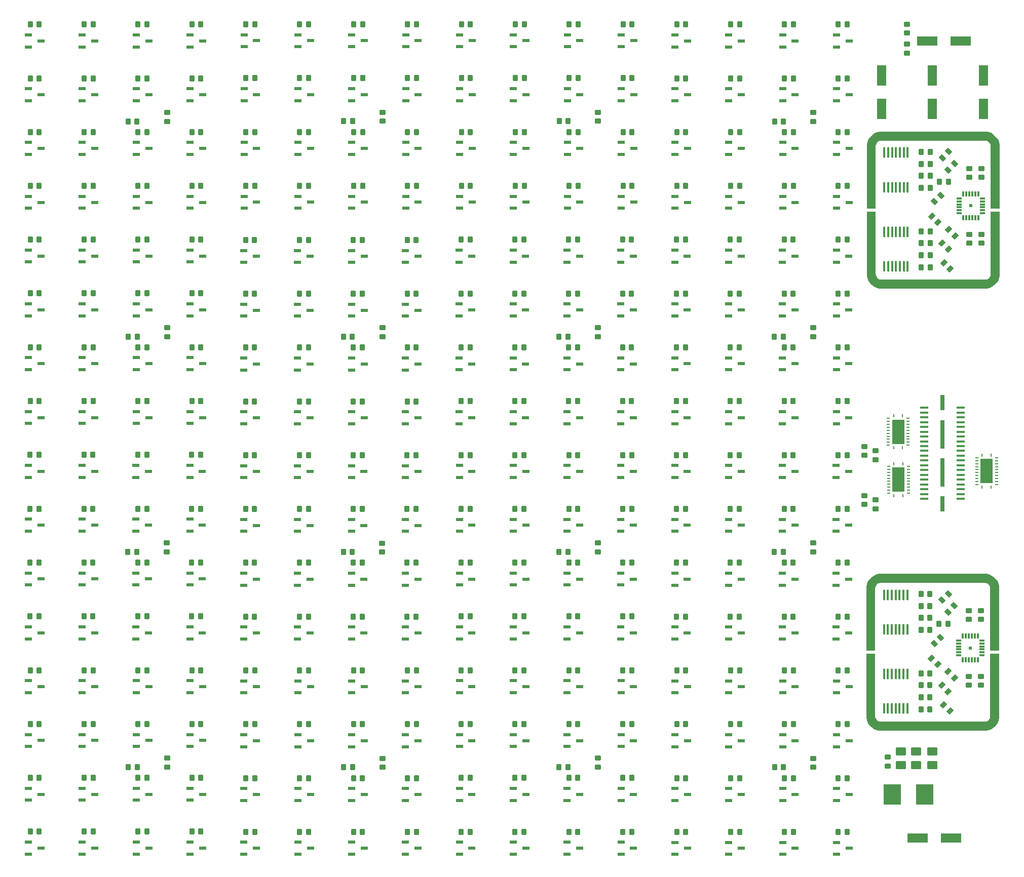
<source format=gbr>
G04*
G04 #@! TF.GenerationSoftware,Altium Limited,Altium Designer,25.0.2 (28)*
G04*
G04 Layer_Color=8421504*
%FSLAX25Y25*%
%MOIN*%
G70*
G04*
G04 #@! TF.SameCoordinates,7C83500D-BFB9-469C-A41D-0C693C3E1856*
G04*
G04*
G04 #@! TF.FilePolarity,Positive*
G04*
G01*
G75*
%ADD17R,0.02520X0.18504*%
%ADD18R,0.02520X0.10000*%
%ADD19R,0.05709X0.01811*%
%ADD20R,0.11614X0.13780*%
%ADD21R,0.02362X0.00984*%
%ADD22R,0.08268X0.16142*%
%ADD23R,0.00984X0.02362*%
G04:AMPARAMS|DCode=24|XSize=31.5mil|YSize=39.37mil|CornerRadius=3.94mil|HoleSize=0mil|Usage=FLASHONLY|Rotation=90.000|XOffset=0mil|YOffset=0mil|HoleType=Round|Shape=RoundedRectangle|*
%AMROUNDEDRECTD24*
21,1,0.03150,0.03150,0,0,90.0*
21,1,0.02362,0.03937,0,0,90.0*
1,1,0.00787,0.01575,0.01181*
1,1,0.00787,0.01575,-0.01181*
1,1,0.00787,-0.01575,-0.01181*
1,1,0.00787,-0.01575,0.01181*
%
%ADD24ROUNDEDRECTD24*%
%ADD25R,0.06299X0.13780*%
%ADD26R,0.13780X0.06299*%
G04:AMPARAMS|DCode=27|XSize=31.5mil|YSize=39.37mil|CornerRadius=3.94mil|HoleSize=0mil|Usage=FLASHONLY|Rotation=0.000|XOffset=0mil|YOffset=0mil|HoleType=Round|Shape=RoundedRectangle|*
%AMROUNDEDRECTD27*
21,1,0.03150,0.03150,0,0,0.0*
21,1,0.02362,0.03937,0,0,0.0*
1,1,0.00787,0.01181,-0.01575*
1,1,0.00787,-0.01181,-0.01575*
1,1,0.00787,-0.01181,0.01575*
1,1,0.00787,0.01181,0.01575*
%
%ADD27ROUNDEDRECTD27*%
%ADD28R,0.05118X0.02362*%
G04:AMPARAMS|DCode=29|XSize=55.12mil|YSize=66.93mil|CornerRadius=6.89mil|HoleSize=0mil|Usage=FLASHONLY|Rotation=270.000|XOffset=0mil|YOffset=0mil|HoleType=Round|Shape=RoundedRectangle|*
%AMROUNDEDRECTD29*
21,1,0.05512,0.05315,0,0,270.0*
21,1,0.04134,0.06693,0,0,270.0*
1,1,0.01378,-0.02657,-0.02067*
1,1,0.01378,-0.02657,0.02067*
1,1,0.01378,0.02657,0.02067*
1,1,0.01378,0.02657,-0.02067*
%
%ADD29ROUNDEDRECTD29*%
G04:AMPARAMS|DCode=30|XSize=31.5mil|YSize=39.37mil|CornerRadius=3.94mil|HoleSize=0mil|Usage=FLASHONLY|Rotation=225.000|XOffset=0mil|YOffset=0mil|HoleType=Round|Shape=RoundedRectangle|*
%AMROUNDEDRECTD30*
21,1,0.03150,0.03150,0,0,225.0*
21,1,0.02362,0.03937,0,0,225.0*
1,1,0.00787,-0.01949,0.00278*
1,1,0.00787,-0.00278,0.01949*
1,1,0.00787,0.01949,-0.00278*
1,1,0.00787,0.00278,-0.01949*
%
%ADD30ROUNDEDRECTD30*%
%ADD31R,0.01181X0.03347*%
%ADD32R,0.03347X0.01181*%
%ADD33R,0.02362X0.02362*%
G04:AMPARAMS|DCode=34|XSize=31.5mil|YSize=39.37mil|CornerRadius=3.94mil|HoleSize=0mil|Usage=FLASHONLY|Rotation=135.000|XOffset=0mil|YOffset=0mil|HoleType=Round|Shape=RoundedRectangle|*
%AMROUNDEDRECTD34*
21,1,0.03150,0.03150,0,0,135.0*
21,1,0.02362,0.03937,0,0,135.0*
1,1,0.00787,0.00278,0.01949*
1,1,0.00787,0.01949,0.00278*
1,1,0.00787,-0.00278,-0.01949*
1,1,0.00787,-0.01949,-0.00278*
%
%ADD34ROUNDEDRECTD34*%
G04:AMPARAMS|DCode=35|XSize=70.41mil|YSize=16.57mil|CornerRadius=8.28mil|HoleSize=0mil|Usage=FLASHONLY|Rotation=90.000|XOffset=0mil|YOffset=0mil|HoleType=Round|Shape=RoundedRectangle|*
%AMROUNDEDRECTD35*
21,1,0.07041,0.00000,0,0,90.0*
21,1,0.05384,0.01657,0,0,90.0*
1,1,0.01657,0.00000,0.02692*
1,1,0.01657,0.00000,-0.02692*
1,1,0.01657,0.00000,-0.02692*
1,1,0.01657,0.00000,0.02692*
%
%ADD35ROUNDEDRECTD35*%
%ADD36R,0.01657X0.07041*%
G36*
X688976Y159154D02*
X620472Y159153D01*
X620125Y159171D01*
X619444Y159306D01*
X618802Y159572D01*
X618225Y159958D01*
X617733Y160449D01*
X617347Y161027D01*
X617082Y161668D01*
X616946Y162349D01*
X616929Y162697D01*
X616929Y162697D01*
X616929Y203839D01*
X611024Y203839D01*
Y162697D01*
X611024Y161766D01*
X611387Y159941D01*
X612099Y158221D01*
X613133Y156674D01*
X614449Y155358D01*
X615997Y154323D01*
X617716Y153611D01*
X619542Y153248D01*
X620472Y153248D01*
D01*
X688976D01*
X689907Y153248D01*
X691733Y153611D01*
X693452Y154323D01*
X695000Y155358D01*
X696316Y156674D01*
X697350Y158221D01*
X698062Y159941D01*
X698425Y161766D01*
Y162697D01*
D01*
X698425D01*
Y203839D01*
X692520Y203839D01*
Y162697D01*
X692503Y162349D01*
X692367Y161668D01*
X692101Y161027D01*
X691715Y160449D01*
X691224Y159958D01*
X690647Y159572D01*
X690005Y159306D01*
X689324Y159171D01*
X688976Y159153D01*
Y159154D01*
D02*
G37*
G36*
Y250492D02*
X620472Y250492D01*
X620125Y250475D01*
X619444Y250340D01*
X618802Y250074D01*
X618225Y249688D01*
X617733Y249197D01*
X617347Y248619D01*
X617082Y247977D01*
X616946Y247296D01*
X616929Y246949D01*
X616929Y246949D01*
X616929Y205807D01*
X611024Y205807D01*
Y246949D01*
X611024Y247879D01*
X611387Y249705D01*
X612099Y251425D01*
X613133Y252972D01*
X614449Y254288D01*
X615997Y255322D01*
X617716Y256034D01*
X619542Y256398D01*
X620472Y256398D01*
Y256398D01*
X688976Y256398D01*
X689907Y256398D01*
X691733Y256034D01*
X693452Y255322D01*
X695000Y254288D01*
X696316Y252972D01*
X697350Y251425D01*
X698062Y249705D01*
X698425Y247879D01*
Y246949D01*
D01*
X698425D01*
Y205807D01*
X692520Y205807D01*
Y246949D01*
X692503Y247296D01*
X692367Y247977D01*
X692101Y248619D01*
X691715Y249197D01*
X691224Y249688D01*
X690647Y250074D01*
X690005Y250340D01*
X689324Y250475D01*
X688976Y250492D01*
Y250492D01*
D02*
G37*
G36*
X689276Y450185D02*
X620772Y450185D01*
X620424Y450203D01*
X619743Y450338D01*
X619101Y450604D01*
X618524Y450990D01*
X618033Y451481D01*
X617647Y452058D01*
X617381Y452700D01*
X617245Y453381D01*
X617228Y453729D01*
X617228Y453729D01*
X617228Y494871D01*
X611323Y494871D01*
Y453729D01*
X611323Y452798D01*
X611686Y450973D01*
X612398Y449253D01*
X613432Y447706D01*
X614748Y446389D01*
X616296Y445355D01*
X618015Y444643D01*
X619841Y444280D01*
X620772Y444280D01*
D01*
X689276D01*
X690206Y444280D01*
X692032Y444643D01*
X693751Y445355D01*
X695299Y446389D01*
X696615Y447706D01*
X697649Y449253D01*
X698361Y450973D01*
X698724Y452798D01*
Y453729D01*
D01*
X698724D01*
Y494871D01*
X692819Y494871D01*
Y453729D01*
X692802Y453381D01*
X692666Y452700D01*
X692401Y452058D01*
X692015Y451481D01*
X691523Y450990D01*
X690946Y450604D01*
X690304Y450338D01*
X689623Y450203D01*
X689276Y450185D01*
Y450185D01*
D02*
G37*
G36*
Y541524D02*
X620772Y541524D01*
X620424Y541507D01*
X619743Y541371D01*
X619101Y541106D01*
X618524Y540720D01*
X618033Y540229D01*
X617647Y539651D01*
X617381Y539009D01*
X617245Y538328D01*
X617228Y537981D01*
X617228Y537981D01*
X617228Y496839D01*
X611323Y496839D01*
Y537981D01*
X611323Y538911D01*
X611686Y540737D01*
X612398Y542456D01*
X613432Y544004D01*
X614748Y545320D01*
X616296Y546354D01*
X618015Y547066D01*
X619841Y547430D01*
X620772Y547430D01*
Y547430D01*
X689276Y547430D01*
X690206Y547430D01*
X692032Y547066D01*
X693751Y546354D01*
X695299Y545320D01*
X696615Y544004D01*
X697649Y542456D01*
X698361Y540737D01*
X698724Y538911D01*
Y537981D01*
D01*
X698724D01*
Y496839D01*
X692819Y496839D01*
Y537981D01*
X692802Y538328D01*
X692666Y539009D01*
X692401Y539651D01*
X692015Y540229D01*
X691523Y540720D01*
X690946Y541106D01*
X690304Y541371D01*
X689623Y541507D01*
X689276Y541524D01*
Y541524D01*
D02*
G37*
D17*
X661124Y348279D02*
D03*
Y323279D02*
D03*
D18*
Y369027D02*
D03*
Y302531D02*
D03*
D19*
X673270Y365701D02*
D03*
Y362551D02*
D03*
Y359401D02*
D03*
Y356252D02*
D03*
Y353102D02*
D03*
Y349952D02*
D03*
Y346803D02*
D03*
Y343653D02*
D03*
Y340504D02*
D03*
Y337354D02*
D03*
Y334204D02*
D03*
Y331055D02*
D03*
Y327905D02*
D03*
Y324756D02*
D03*
Y321606D02*
D03*
Y318456D02*
D03*
Y315307D02*
D03*
Y312157D02*
D03*
Y309008D02*
D03*
Y305858D02*
D03*
X648979Y365701D02*
D03*
Y362551D02*
D03*
Y359401D02*
D03*
Y356252D02*
D03*
Y353102D02*
D03*
Y349952D02*
D03*
Y346803D02*
D03*
Y343653D02*
D03*
Y340504D02*
D03*
Y337354D02*
D03*
Y334204D02*
D03*
Y331055D02*
D03*
Y327905D02*
D03*
Y324756D02*
D03*
Y321606D02*
D03*
Y318456D02*
D03*
Y315307D02*
D03*
Y312157D02*
D03*
Y309008D02*
D03*
Y305858D02*
D03*
D20*
X649508Y111221D02*
D03*
X628051Y111221D02*
D03*
D21*
X625691Y323275D02*
D03*
X625691Y319338D02*
D03*
X625691Y321306D02*
D03*
Y325243D02*
D03*
X625691Y309495D02*
D03*
X625691Y311464D02*
D03*
Y313432D02*
D03*
Y315401D02*
D03*
X625691Y317369D02*
D03*
X625691Y327212D02*
D03*
X638683Y327212D02*
D03*
X638683Y325243D02*
D03*
Y323275D02*
D03*
Y321306D02*
D03*
Y319338D02*
D03*
X638683Y317369D02*
D03*
X638683Y315401D02*
D03*
Y313432D02*
D03*
Y311464D02*
D03*
X638683Y309495D02*
D03*
X625494Y341090D02*
D03*
X625494Y343058D02*
D03*
Y345027D02*
D03*
Y346995D02*
D03*
X625494Y348964D02*
D03*
X625494Y350932D02*
D03*
Y352901D02*
D03*
Y354869D02*
D03*
Y356838D02*
D03*
X625494Y358806D02*
D03*
X638486Y358806D02*
D03*
X638486Y356838D02*
D03*
Y354869D02*
D03*
Y352901D02*
D03*
X638486Y350932D02*
D03*
Y348964D02*
D03*
X638486Y346995D02*
D03*
Y345027D02*
D03*
Y343058D02*
D03*
X638486Y341090D02*
D03*
X696656Y332920D02*
D03*
Y330952D02*
D03*
Y328983D02*
D03*
Y327015D02*
D03*
Y325046D02*
D03*
Y323078D02*
D03*
Y321109D02*
D03*
Y319141D02*
D03*
Y317172D02*
D03*
Y315204D02*
D03*
X683664D02*
D03*
Y317172D02*
D03*
Y319141D02*
D03*
Y321109D02*
D03*
Y323078D02*
D03*
Y325046D02*
D03*
Y327015D02*
D03*
Y328983D02*
D03*
Y330952D02*
D03*
Y332920D02*
D03*
D22*
X632187Y318354D02*
D03*
X631990Y349948D02*
D03*
X690160Y324062D02*
D03*
D23*
X629235Y307920D02*
D03*
X629235Y328787D02*
D03*
X635140Y328787D02*
D03*
Y307920D02*
D03*
X629038Y339515D02*
D03*
Y360381D02*
D03*
X634943Y360381D02*
D03*
X634943Y339515D02*
D03*
X693112Y334495D02*
D03*
Y313629D02*
D03*
X687207D02*
D03*
Y334495D02*
D03*
D24*
X617126Y299213D02*
D03*
Y305118D02*
D03*
X609771Y302102D02*
D03*
Y308007D02*
D03*
X617052Y331455D02*
D03*
Y337361D02*
D03*
X609771Y334416D02*
D03*
Y340321D02*
D03*
X576276Y134975D02*
D03*
Y129070D02*
D03*
X434491Y135035D02*
D03*
Y129130D02*
D03*
X292763Y135003D02*
D03*
Y129097D02*
D03*
X151004Y135122D02*
D03*
Y129217D02*
D03*
X576126Y276774D02*
D03*
Y270868D02*
D03*
X434470Y276798D02*
D03*
Y270892D02*
D03*
X292614Y276681D02*
D03*
Y270776D02*
D03*
X150878Y276851D02*
D03*
Y270945D02*
D03*
X576148Y418508D02*
D03*
Y412602D02*
D03*
X434367Y418490D02*
D03*
Y412584D02*
D03*
X292651Y418367D02*
D03*
Y412461D02*
D03*
X151008Y418583D02*
D03*
Y412677D02*
D03*
X576272Y560237D02*
D03*
Y554331D02*
D03*
X434636Y560313D02*
D03*
Y554408D02*
D03*
X292829Y560306D02*
D03*
Y554400D02*
D03*
X625000Y129921D02*
D03*
Y135827D02*
D03*
X637795Y612402D02*
D03*
Y618307D02*
D03*
Y599311D02*
D03*
X637795Y605217D02*
D03*
X686638Y523302D02*
D03*
Y517396D02*
D03*
X678764Y523302D02*
D03*
Y517396D02*
D03*
Y479995D02*
D03*
Y474089D02*
D03*
X686638Y479995D02*
D03*
Y474089D02*
D03*
X678543Y232283D02*
D03*
Y226378D02*
D03*
X150984Y560236D02*
D03*
Y554331D02*
D03*
X686417Y188976D02*
D03*
Y183071D02*
D03*
Y232283D02*
D03*
Y226378D02*
D03*
X678543Y188976D02*
D03*
Y183071D02*
D03*
D25*
X654628Y584548D02*
D03*
Y562500D02*
D03*
X621163Y584548D02*
D03*
Y562500D02*
D03*
X688092D02*
D03*
Y584548D02*
D03*
D26*
X673228Y607283D02*
D03*
X651181D02*
D03*
X666732Y82677D02*
D03*
X644685D02*
D03*
D27*
X486315Y192849D02*
D03*
X492221D02*
D03*
X486315Y157416D02*
D03*
X492221D02*
D03*
X486315Y121983D02*
D03*
X492221D02*
D03*
X486315Y86550D02*
D03*
X492221D02*
D03*
X521748D02*
D03*
X527654D02*
D03*
X557181D02*
D03*
X563087D02*
D03*
X592615Y121983D02*
D03*
X598520D02*
D03*
X557181D02*
D03*
X563087D02*
D03*
X521748D02*
D03*
X527654D02*
D03*
X592615Y86550D02*
D03*
X598520D02*
D03*
X550685Y129070D02*
D03*
X556591D02*
D03*
X557181Y157416D02*
D03*
X563087D02*
D03*
X521748Y192849D02*
D03*
X527654D02*
D03*
X521748Y157416D02*
D03*
X527654D02*
D03*
X557181Y192849D02*
D03*
X563087D02*
D03*
X592615D02*
D03*
X598520D02*
D03*
X592615Y157416D02*
D03*
X598520D02*
D03*
X344530Y122043D02*
D03*
X350436D02*
D03*
X344530Y192909D02*
D03*
X350436D02*
D03*
X344530Y157476D02*
D03*
X350436D02*
D03*
X344530Y86610D02*
D03*
X350436D02*
D03*
X450830Y192909D02*
D03*
X456735D02*
D03*
X450830Y122043D02*
D03*
X456735D02*
D03*
X450830Y86610D02*
D03*
X456735D02*
D03*
X415396Y157476D02*
D03*
X421302D02*
D03*
X379963Y192909D02*
D03*
X385869D02*
D03*
X408900Y129130D02*
D03*
X414806D02*
D03*
X415396Y192909D02*
D03*
X421302D02*
D03*
X379963Y157476D02*
D03*
X385869D02*
D03*
X415396Y122043D02*
D03*
X421302D02*
D03*
X379963D02*
D03*
X385869D02*
D03*
X415396Y86610D02*
D03*
X421302D02*
D03*
X379963D02*
D03*
X385869D02*
D03*
X450830Y157476D02*
D03*
X456735D02*
D03*
X238235Y192877D02*
D03*
X244141D02*
D03*
X202802D02*
D03*
X208707D02*
D03*
X238235Y157444D02*
D03*
X244141D02*
D03*
X273668Y192877D02*
D03*
X279574D02*
D03*
X273668Y157444D02*
D03*
X279574D02*
D03*
X309101D02*
D03*
X315007D02*
D03*
X267172Y129097D02*
D03*
X273078D02*
D03*
X273668Y122011D02*
D03*
X279574D02*
D03*
X309101D02*
D03*
X315007D02*
D03*
X273668Y86578D02*
D03*
X279574D02*
D03*
X309101D02*
D03*
X315007D02*
D03*
X309101Y192877D02*
D03*
X315007D02*
D03*
X238235Y122011D02*
D03*
X244141D02*
D03*
X202802Y157444D02*
D03*
X208707D02*
D03*
X238235Y86578D02*
D03*
X244141D02*
D03*
X202802D02*
D03*
X208707D02*
D03*
X202802Y122011D02*
D03*
X208707D02*
D03*
X167342Y192996D02*
D03*
X173248D02*
D03*
X167342Y122130D02*
D03*
X173248D02*
D03*
X167342Y157563D02*
D03*
X173248D02*
D03*
X167342Y86697D02*
D03*
X173248D02*
D03*
X131909D02*
D03*
X137815D02*
D03*
X96476D02*
D03*
X102382D02*
D03*
X61043Y122130D02*
D03*
X66949D02*
D03*
X96476D02*
D03*
X102382D02*
D03*
X96476Y157563D02*
D03*
X102382D02*
D03*
X131909D02*
D03*
X137815D02*
D03*
X125413Y129217D02*
D03*
X131319D02*
D03*
X131909Y122130D02*
D03*
X137815D02*
D03*
X96476Y192996D02*
D03*
X102382D02*
D03*
X131909D02*
D03*
X137815D02*
D03*
X61043Y86697D02*
D03*
X66949D02*
D03*
X61043Y192996D02*
D03*
X66949D02*
D03*
X61043Y157563D02*
D03*
X66949D02*
D03*
X486165Y299215D02*
D03*
X492071D02*
D03*
X486165Y334648D02*
D03*
X492071D02*
D03*
X521598D02*
D03*
X527504D02*
D03*
X521598Y299215D02*
D03*
X527504D02*
D03*
X557032D02*
D03*
X562937D02*
D03*
X557032Y334648D02*
D03*
X562937D02*
D03*
X550535Y270868D02*
D03*
X556441D02*
D03*
X592465Y299215D02*
D03*
X598370D02*
D03*
X592465Y334648D02*
D03*
X598370D02*
D03*
X521598Y263782D02*
D03*
X527504D02*
D03*
X557032D02*
D03*
X562937D02*
D03*
X592465D02*
D03*
X598370D02*
D03*
X592465Y228349D02*
D03*
X598370D02*
D03*
X557032D02*
D03*
X562937D02*
D03*
X521598D02*
D03*
X527504D02*
D03*
X486165Y263782D02*
D03*
X492071D02*
D03*
X486165Y228349D02*
D03*
X492071D02*
D03*
X344509Y228373D02*
D03*
X350414D02*
D03*
X344509Y263806D02*
D03*
X350414D02*
D03*
X344509Y299239D02*
D03*
X350414D02*
D03*
X344509Y334672D02*
D03*
X350414D02*
D03*
X379942D02*
D03*
X385847D02*
D03*
X379942Y263806D02*
D03*
X385847D02*
D03*
X379942Y299239D02*
D03*
X385847D02*
D03*
X379942Y228373D02*
D03*
X385847D02*
D03*
X450808D02*
D03*
X456714D02*
D03*
X415375D02*
D03*
X421280D02*
D03*
X415375Y263806D02*
D03*
X421280D02*
D03*
X415375Y299239D02*
D03*
X421280D02*
D03*
X415375Y334672D02*
D03*
X421280D02*
D03*
X408879Y270892D02*
D03*
X414784D02*
D03*
X450808Y299239D02*
D03*
X456714D02*
D03*
X450808Y334672D02*
D03*
X456714D02*
D03*
X450808Y263806D02*
D03*
X456714D02*
D03*
X202654Y228256D02*
D03*
X208559D02*
D03*
X202654Y263689D02*
D03*
X208559D02*
D03*
X202654Y334555D02*
D03*
X208559D02*
D03*
X202654Y299122D02*
D03*
X208559D02*
D03*
X238087Y228256D02*
D03*
X243992D02*
D03*
X238087Y334555D02*
D03*
X243992D02*
D03*
X238087Y299122D02*
D03*
X243992D02*
D03*
X273520D02*
D03*
X279425D02*
D03*
X308953Y334555D02*
D03*
X314858D02*
D03*
X273520D02*
D03*
X279425D02*
D03*
X308953Y263689D02*
D03*
X314858D02*
D03*
X308953Y299122D02*
D03*
X314858D02*
D03*
X273520Y263689D02*
D03*
X279425D02*
D03*
X238087D02*
D03*
X243992D02*
D03*
X267024Y270776D02*
D03*
X272929D02*
D03*
X308953Y228256D02*
D03*
X314858D02*
D03*
X273520D02*
D03*
X279425D02*
D03*
X96351Y334725D02*
D03*
X102256D02*
D03*
X96351Y299292D02*
D03*
X102256D02*
D03*
X96351Y263859D02*
D03*
X102256D02*
D03*
X131784D02*
D03*
X137689D02*
D03*
X167217Y228426D02*
D03*
X173122D02*
D03*
X60918Y263859D02*
D03*
X66823D02*
D03*
X60918Y299292D02*
D03*
X66823D02*
D03*
X60918Y334725D02*
D03*
X66823D02*
D03*
X131784Y228426D02*
D03*
X137689D02*
D03*
X131784Y299292D02*
D03*
X137689D02*
D03*
X131784Y334725D02*
D03*
X137689D02*
D03*
X125288Y270945D02*
D03*
X131193D02*
D03*
X167217Y263859D02*
D03*
X173122D02*
D03*
X167217Y334725D02*
D03*
X173122D02*
D03*
X167217Y299292D02*
D03*
X173122D02*
D03*
X96351Y228426D02*
D03*
X102256D02*
D03*
X60918D02*
D03*
X66823D02*
D03*
X557054Y440949D02*
D03*
X562959D02*
D03*
X592487Y476382D02*
D03*
X598392D02*
D03*
X557054D02*
D03*
X562959D02*
D03*
X592487Y440949D02*
D03*
X598392D02*
D03*
X521621Y476382D02*
D03*
X527526D02*
D03*
X521621Y440949D02*
D03*
X527526D02*
D03*
X486188D02*
D03*
X492093D02*
D03*
X486188Y476382D02*
D03*
X492093D02*
D03*
X550558Y412602D02*
D03*
X556463D02*
D03*
X557054Y405516D02*
D03*
X562959D02*
D03*
X592487D02*
D03*
X598392D02*
D03*
X557054Y370083D02*
D03*
X562959D02*
D03*
X592487D02*
D03*
X598392D02*
D03*
X486188Y405516D02*
D03*
X492093D02*
D03*
X486188Y370083D02*
D03*
X492093D02*
D03*
X521621D02*
D03*
X527526D02*
D03*
X521621Y405516D02*
D03*
X527526D02*
D03*
X344406Y476364D02*
D03*
X350311D02*
D03*
X344406Y440931D02*
D03*
X350311D02*
D03*
X379839Y476364D02*
D03*
X385745D02*
D03*
X415272D02*
D03*
X421177D02*
D03*
X450705D02*
D03*
X456611D02*
D03*
X415272Y370064D02*
D03*
X421177D02*
D03*
X450705D02*
D03*
X456611D02*
D03*
X344406Y405498D02*
D03*
X350311D02*
D03*
X450705Y440931D02*
D03*
X456611D02*
D03*
X450705Y405498D02*
D03*
X456611D02*
D03*
X379839Y370064D02*
D03*
X385745D02*
D03*
X415272Y440931D02*
D03*
X421177D02*
D03*
X415272Y405498D02*
D03*
X421177D02*
D03*
X379839D02*
D03*
X385745D02*
D03*
X379839Y440931D02*
D03*
X385745D02*
D03*
X408776Y412584D02*
D03*
X414681D02*
D03*
X344406Y370064D02*
D03*
X350311D02*
D03*
X202691Y405374D02*
D03*
X208596D02*
D03*
X202691Y476241D02*
D03*
X208596D02*
D03*
X202691Y440807D02*
D03*
X208596D02*
D03*
X202691Y369941D02*
D03*
X208596D02*
D03*
X238124Y405374D02*
D03*
X244029D02*
D03*
X238124Y440807D02*
D03*
X244029D02*
D03*
X238124Y476241D02*
D03*
X244029D02*
D03*
X308990D02*
D03*
X314895D02*
D03*
X308990Y440807D02*
D03*
X314895D02*
D03*
X273557Y476241D02*
D03*
X279462D02*
D03*
X267061Y412461D02*
D03*
X272966D02*
D03*
X273557Y405374D02*
D03*
X279462D02*
D03*
X308990Y369941D02*
D03*
X314895D02*
D03*
X308990Y405374D02*
D03*
X314895D02*
D03*
X273557Y440807D02*
D03*
X279462D02*
D03*
X273557Y369941D02*
D03*
X279462D02*
D03*
X238124D02*
D03*
X244029D02*
D03*
X96480Y370158D02*
D03*
X102386D02*
D03*
X96480Y441024D02*
D03*
X102386D02*
D03*
X96480Y405591D02*
D03*
X102386D02*
D03*
X96480Y476457D02*
D03*
X102386D02*
D03*
X131913D02*
D03*
X137819D02*
D03*
X131913Y441024D02*
D03*
X137819D02*
D03*
X131913Y405591D02*
D03*
X137819D02*
D03*
X167346Y441024D02*
D03*
X173252D02*
D03*
X167346Y476457D02*
D03*
X173252D02*
D03*
X167346Y405591D02*
D03*
X173252D02*
D03*
X131913Y370158D02*
D03*
X137819D02*
D03*
X167346D02*
D03*
X173252D02*
D03*
X125417Y412677D02*
D03*
X131323D02*
D03*
X61047Y405591D02*
D03*
X66953D02*
D03*
X61047Y441024D02*
D03*
X66953D02*
D03*
X61047Y370158D02*
D03*
X66953D02*
D03*
X61047Y476457D02*
D03*
X66953D02*
D03*
X557177Y582678D02*
D03*
X563083D02*
D03*
X592610Y618111D02*
D03*
X598516D02*
D03*
X557177D02*
D03*
X563083D02*
D03*
X592610Y582678D02*
D03*
X598516D02*
D03*
X486311Y547245D02*
D03*
X492216D02*
D03*
X521744Y618111D02*
D03*
X527649D02*
D03*
X521744Y582678D02*
D03*
X527649D02*
D03*
X486311D02*
D03*
X492216D02*
D03*
X486311Y618111D02*
D03*
X492216D02*
D03*
X550681Y554331D02*
D03*
X556587D02*
D03*
X557177Y547245D02*
D03*
X563083D02*
D03*
X592610D02*
D03*
X598516D02*
D03*
X521744D02*
D03*
X527649D02*
D03*
X521744Y511811D02*
D03*
X527649D02*
D03*
X486311D02*
D03*
X492216D02*
D03*
X557177D02*
D03*
X563083D02*
D03*
X592610D02*
D03*
X598516D02*
D03*
X344676Y511888D02*
D03*
X350581D02*
D03*
X450975Y547321D02*
D03*
X456881D02*
D03*
X415542Y582754D02*
D03*
X421448D02*
D03*
X415542Y618187D02*
D03*
X421448D02*
D03*
X380109D02*
D03*
X386014D02*
D03*
X380109Y582754D02*
D03*
X386014D02*
D03*
X450975Y511888D02*
D03*
X456881D02*
D03*
X415542D02*
D03*
X421448D02*
D03*
X380109D02*
D03*
X386014D02*
D03*
X344676Y547321D02*
D03*
X350581D02*
D03*
X344676Y582754D02*
D03*
X350581D02*
D03*
X344676Y618187D02*
D03*
X350581D02*
D03*
X450975Y582754D02*
D03*
X456881D02*
D03*
X450975Y618187D02*
D03*
X456881D02*
D03*
X409046Y554408D02*
D03*
X414951D02*
D03*
X380109Y547321D02*
D03*
X386014D02*
D03*
X415542D02*
D03*
X421448D02*
D03*
X267239Y554400D02*
D03*
X273144D02*
D03*
X273735Y547313D02*
D03*
X279641D02*
D03*
X273735Y511880D02*
D03*
X279641D02*
D03*
X309168Y547313D02*
D03*
X315073D02*
D03*
X309168Y511880D02*
D03*
X315073D02*
D03*
X273735Y582747D02*
D03*
X279641D02*
D03*
X273735Y618180D02*
D03*
X279641D02*
D03*
X309168Y582747D02*
D03*
X315073D02*
D03*
X309168Y618180D02*
D03*
X315073D02*
D03*
X238302Y511880D02*
D03*
X244207D02*
D03*
X238302Y547313D02*
D03*
X244207D02*
D03*
X238302Y582747D02*
D03*
X244207D02*
D03*
X238302Y618180D02*
D03*
X244207D02*
D03*
X202869Y511880D02*
D03*
X208774D02*
D03*
X202869Y547313D02*
D03*
X208774D02*
D03*
X202869Y618180D02*
D03*
X208774D02*
D03*
X202869Y582747D02*
D03*
X208774D02*
D03*
X66929Y618110D02*
D03*
X61024D02*
D03*
X647268Y518381D02*
D03*
X653174D02*
D03*
X647268Y510507D02*
D03*
X653174D02*
D03*
X647268Y526255D02*
D03*
X653174D02*
D03*
X647268Y534129D02*
D03*
X653174D02*
D03*
X664985Y514444D02*
D03*
X659079D02*
D03*
X647268Y481963D02*
D03*
X653174D02*
D03*
X647268Y466215D02*
D03*
X653174D02*
D03*
X647268Y458341D02*
D03*
X653174D02*
D03*
X647268Y474089D02*
D03*
X653174D02*
D03*
X647047Y190945D02*
D03*
X652953D02*
D03*
X167323Y582677D02*
D03*
X173228D02*
D03*
X125394Y554331D02*
D03*
X131299D02*
D03*
X167323Y547244D02*
D03*
X173228D02*
D03*
X61024Y511811D02*
D03*
X66929D02*
D03*
X96457Y618110D02*
D03*
X102362D02*
D03*
X61024Y582677D02*
D03*
X66929D02*
D03*
X96457D02*
D03*
X102362D02*
D03*
X131890D02*
D03*
X137795D02*
D03*
X167323Y618110D02*
D03*
X173228D02*
D03*
X131890D02*
D03*
X137795D02*
D03*
X96457Y511811D02*
D03*
X102362D02*
D03*
X96457Y547244D02*
D03*
X102362D02*
D03*
X61024D02*
D03*
X66929D02*
D03*
X131890D02*
D03*
X137795D02*
D03*
X167323Y511811D02*
D03*
X173228D02*
D03*
X131890D02*
D03*
X137795D02*
D03*
X647047Y167323D02*
D03*
X652953D02*
D03*
X647047Y175197D02*
D03*
X652953D02*
D03*
X647047Y183071D02*
D03*
X652953D02*
D03*
X647047Y219488D02*
D03*
X652953D02*
D03*
X647047Y227362D02*
D03*
X652953D02*
D03*
X664764Y223425D02*
D03*
X658858D02*
D03*
X647047Y243110D02*
D03*
X652953D02*
D03*
X647047Y235236D02*
D03*
X652953D02*
D03*
D28*
X485134Y185959D02*
D03*
Y178085D02*
D03*
X493402Y182022D02*
D03*
X485134Y150526D02*
D03*
Y142652D02*
D03*
X493402Y146589D02*
D03*
X485134Y115093D02*
D03*
Y107219D02*
D03*
X493402Y111156D02*
D03*
X485134Y79660D02*
D03*
Y71786D02*
D03*
X493402Y75723D02*
D03*
X520567Y79660D02*
D03*
Y71786D02*
D03*
X528835Y75723D02*
D03*
X520567Y150526D02*
D03*
Y142652D02*
D03*
X528835Y146589D02*
D03*
X520567Y115093D02*
D03*
Y107219D02*
D03*
X528835Y111156D02*
D03*
X591433Y79660D02*
D03*
Y71786D02*
D03*
X599701Y75723D02*
D03*
X556000Y79660D02*
D03*
Y71786D02*
D03*
X564268Y75723D02*
D03*
X556000Y115093D02*
D03*
Y107219D02*
D03*
X564268Y111156D02*
D03*
X556000Y150526D02*
D03*
Y142652D02*
D03*
X564268Y146589D02*
D03*
X556000Y185959D02*
D03*
Y178085D02*
D03*
X564268Y182022D02*
D03*
X520567Y185959D02*
D03*
Y178085D02*
D03*
X528835Y182022D02*
D03*
X591433Y150526D02*
D03*
Y142652D02*
D03*
X599701Y146589D02*
D03*
X591433Y185959D02*
D03*
Y178085D02*
D03*
X599701Y182022D02*
D03*
X591433Y115093D02*
D03*
Y107219D02*
D03*
X599701Y111156D02*
D03*
X343349Y186020D02*
D03*
Y178146D02*
D03*
X351617Y182082D02*
D03*
X343349Y150586D02*
D03*
Y142712D02*
D03*
X351617Y146650D02*
D03*
X343349Y115153D02*
D03*
Y107279D02*
D03*
X351617Y111216D02*
D03*
X343349Y79720D02*
D03*
Y71846D02*
D03*
X351617Y75783D02*
D03*
X449649Y186020D02*
D03*
Y178146D02*
D03*
X457916Y182082D02*
D03*
X449649Y79720D02*
D03*
Y71846D02*
D03*
X457916Y75783D02*
D03*
X378782Y186020D02*
D03*
Y178146D02*
D03*
X387050Y182082D02*
D03*
X414215Y150586D02*
D03*
Y142712D02*
D03*
X422483Y146650D02*
D03*
X414215Y186020D02*
D03*
Y178146D02*
D03*
X422483Y182082D02*
D03*
X378782Y150586D02*
D03*
Y142712D02*
D03*
X387050Y146650D02*
D03*
X414215Y115153D02*
D03*
Y107279D02*
D03*
X422483Y111216D02*
D03*
X414215Y79720D02*
D03*
Y71846D02*
D03*
X422483Y75783D02*
D03*
X378782Y115153D02*
D03*
Y107279D02*
D03*
X387050Y111216D02*
D03*
X378782Y79720D02*
D03*
Y71846D02*
D03*
X387050Y75783D02*
D03*
X449649Y150586D02*
D03*
Y142712D02*
D03*
X457916Y146650D02*
D03*
X449649Y115153D02*
D03*
Y107279D02*
D03*
X457916Y111216D02*
D03*
X237054Y185987D02*
D03*
Y178113D02*
D03*
X245322Y182050D02*
D03*
X201621Y185987D02*
D03*
Y178113D02*
D03*
X209889Y182050D02*
D03*
X272487Y185987D02*
D03*
Y178113D02*
D03*
X280755Y182050D02*
D03*
X272487Y150554D02*
D03*
Y142680D02*
D03*
X280755Y146617D02*
D03*
X272487Y115121D02*
D03*
Y107247D02*
D03*
X280755Y111184D02*
D03*
X307920Y115121D02*
D03*
Y107247D02*
D03*
X316188Y111184D02*
D03*
X307920Y79688D02*
D03*
Y71814D02*
D03*
X316188Y75751D02*
D03*
X272487Y79688D02*
D03*
Y71814D02*
D03*
X280755Y75751D02*
D03*
X307920Y185987D02*
D03*
Y178113D02*
D03*
X316188Y182050D02*
D03*
X307920Y150554D02*
D03*
Y142680D02*
D03*
X316188Y146617D02*
D03*
X237054Y150554D02*
D03*
Y142680D02*
D03*
X245322Y146617D02*
D03*
X237054Y79688D02*
D03*
Y71814D02*
D03*
X245322Y75751D02*
D03*
X237054Y115121D02*
D03*
Y107247D02*
D03*
X245322Y111184D02*
D03*
X201621Y79688D02*
D03*
Y71814D02*
D03*
X209889Y75751D02*
D03*
X201621Y150554D02*
D03*
Y142680D02*
D03*
X209889Y146617D02*
D03*
X201621Y115121D02*
D03*
Y107247D02*
D03*
X209889Y111184D02*
D03*
X166161Y79807D02*
D03*
Y71933D02*
D03*
X174429Y75870D02*
D03*
X166161Y150673D02*
D03*
Y142799D02*
D03*
X174429Y146737D02*
D03*
X166161Y186107D02*
D03*
Y178233D02*
D03*
X174429Y182170D02*
D03*
X166161Y115240D02*
D03*
Y107366D02*
D03*
X174429Y111303D02*
D03*
X130728Y79807D02*
D03*
Y71933D02*
D03*
X138996Y75870D02*
D03*
X130728Y115240D02*
D03*
Y107366D02*
D03*
X138996Y111303D02*
D03*
X59862Y115240D02*
D03*
Y107366D02*
D03*
X68130Y111303D02*
D03*
X95295Y186107D02*
D03*
Y178233D02*
D03*
X103563Y182170D02*
D03*
X59862Y150673D02*
D03*
Y142799D02*
D03*
X68130Y146737D02*
D03*
X95295Y150673D02*
D03*
Y142799D02*
D03*
X103563Y146737D02*
D03*
X130728Y150673D02*
D03*
Y142799D02*
D03*
X138996Y146737D02*
D03*
X130728Y186107D02*
D03*
Y178233D02*
D03*
X138996Y182170D02*
D03*
X95295Y115240D02*
D03*
Y107366D02*
D03*
X103563Y111303D02*
D03*
X95295Y79807D02*
D03*
Y71933D02*
D03*
X103563Y75870D02*
D03*
X59862Y79807D02*
D03*
Y71933D02*
D03*
X68130Y75870D02*
D03*
X59862Y186107D02*
D03*
Y178233D02*
D03*
X68130Y182170D02*
D03*
X484984Y327758D02*
D03*
Y319884D02*
D03*
X493252Y323821D02*
D03*
X484984Y292325D02*
D03*
Y284451D02*
D03*
X493252Y288388D02*
D03*
X520417Y327758D02*
D03*
Y319884D02*
D03*
X528685Y323821D02*
D03*
X520417Y292325D02*
D03*
Y284451D02*
D03*
X528685Y288388D02*
D03*
X555851Y292325D02*
D03*
Y284451D02*
D03*
X564118Y288388D02*
D03*
X555851Y327758D02*
D03*
Y319884D02*
D03*
X564118Y323821D02*
D03*
X591284Y327758D02*
D03*
Y319884D02*
D03*
X599551Y323821D02*
D03*
X591284Y292325D02*
D03*
Y284451D02*
D03*
X599551Y288388D02*
D03*
X555851Y256892D02*
D03*
Y249018D02*
D03*
X564118Y252955D02*
D03*
X520417Y256892D02*
D03*
Y249018D02*
D03*
X528685Y252955D02*
D03*
X591284Y256892D02*
D03*
Y249018D02*
D03*
X599551Y252955D02*
D03*
X591284Y221459D02*
D03*
Y213585D02*
D03*
X599551Y217522D02*
D03*
X555851Y221459D02*
D03*
Y213585D02*
D03*
X564118Y217522D02*
D03*
X520417Y221459D02*
D03*
Y213585D02*
D03*
X528685Y217522D02*
D03*
X484984Y221459D02*
D03*
Y213585D02*
D03*
X493252Y217522D02*
D03*
X484984Y256892D02*
D03*
Y249018D02*
D03*
X493252Y252955D02*
D03*
X343328Y221483D02*
D03*
Y213609D02*
D03*
X351595Y217546D02*
D03*
X343328Y256916D02*
D03*
Y249042D02*
D03*
X351595Y252979D02*
D03*
X343328Y327782D02*
D03*
Y319908D02*
D03*
X351595Y323845D02*
D03*
X343328Y292349D02*
D03*
Y284475D02*
D03*
X351595Y288412D02*
D03*
X378761Y327782D02*
D03*
Y319908D02*
D03*
X387029Y323845D02*
D03*
X378761Y292349D02*
D03*
Y284475D02*
D03*
X387029Y288412D02*
D03*
X378761Y221483D02*
D03*
Y213609D02*
D03*
X387029Y217546D02*
D03*
X378761Y256916D02*
D03*
Y249042D02*
D03*
X387029Y252979D02*
D03*
X414194Y221483D02*
D03*
Y213609D02*
D03*
X422462Y217546D02*
D03*
X414194Y327782D02*
D03*
Y319908D02*
D03*
X422462Y323845D02*
D03*
X414194Y292349D02*
D03*
Y284475D02*
D03*
X422462Y288412D02*
D03*
X414194Y256916D02*
D03*
Y249042D02*
D03*
X422462Y252979D02*
D03*
X449627Y327782D02*
D03*
Y319908D02*
D03*
X457895Y323845D02*
D03*
X449627Y292349D02*
D03*
Y284475D02*
D03*
X457895Y288412D02*
D03*
X449627Y221483D02*
D03*
Y213609D02*
D03*
X457895Y217546D02*
D03*
X449627Y256916D02*
D03*
Y249042D02*
D03*
X457895Y252979D02*
D03*
X201472Y221366D02*
D03*
Y213492D02*
D03*
X209740Y217429D02*
D03*
X201472Y292232D02*
D03*
Y284358D02*
D03*
X209740Y288295D02*
D03*
X201472Y256799D02*
D03*
Y248925D02*
D03*
X209740Y252862D02*
D03*
X201472Y327665D02*
D03*
Y319792D02*
D03*
X209740Y323728D02*
D03*
X236906Y221366D02*
D03*
Y213492D02*
D03*
X245173Y217429D02*
D03*
X236906Y256799D02*
D03*
Y248925D02*
D03*
X245173Y252862D02*
D03*
X236906Y327665D02*
D03*
Y319792D02*
D03*
X245173Y323728D02*
D03*
X236906Y292232D02*
D03*
Y284358D02*
D03*
X245173Y288295D02*
D03*
X272339Y327665D02*
D03*
Y319792D02*
D03*
X280606Y323728D02*
D03*
X272339Y292232D02*
D03*
Y284358D02*
D03*
X280606Y288295D02*
D03*
X272339Y256799D02*
D03*
Y248925D02*
D03*
X280606Y252862D02*
D03*
X272339Y221366D02*
D03*
Y213492D02*
D03*
X280606Y217429D02*
D03*
X307772Y221366D02*
D03*
Y213492D02*
D03*
X316039Y217429D02*
D03*
X307772Y292232D02*
D03*
Y284358D02*
D03*
X316039Y288295D02*
D03*
X307772Y327665D02*
D03*
Y319792D02*
D03*
X316039Y323728D02*
D03*
X307772Y256799D02*
D03*
Y248925D02*
D03*
X316039Y252862D02*
D03*
X95170Y327835D02*
D03*
Y319961D02*
D03*
X103437Y323898D02*
D03*
X95170Y292402D02*
D03*
Y284528D02*
D03*
X103437Y288465D02*
D03*
X166036Y256969D02*
D03*
Y249095D02*
D03*
X174303Y253032D02*
D03*
X166036Y221536D02*
D03*
Y213662D02*
D03*
X174303Y217599D02*
D03*
X59737Y327835D02*
D03*
Y319961D02*
D03*
X68004Y323898D02*
D03*
X59737Y292402D02*
D03*
Y284528D02*
D03*
X68004Y288465D02*
D03*
X130603Y221536D02*
D03*
Y213662D02*
D03*
X138870Y217599D02*
D03*
X130603Y256969D02*
D03*
Y249095D02*
D03*
X138870Y253032D02*
D03*
X130603Y292402D02*
D03*
Y284528D02*
D03*
X138870Y288465D02*
D03*
X166036Y292402D02*
D03*
Y284528D02*
D03*
X174303Y288465D02*
D03*
X166036Y327835D02*
D03*
Y319961D02*
D03*
X174303Y323898D02*
D03*
X130603Y327835D02*
D03*
Y319961D02*
D03*
X138870Y323898D02*
D03*
X59737Y256969D02*
D03*
Y249095D02*
D03*
X68004Y253032D02*
D03*
X95170Y221536D02*
D03*
Y213662D02*
D03*
X103437Y217599D02*
D03*
X95170Y256969D02*
D03*
Y249095D02*
D03*
X103437Y253032D02*
D03*
X59737Y221536D02*
D03*
Y213662D02*
D03*
X68004Y217599D02*
D03*
X520439Y434059D02*
D03*
Y426185D02*
D03*
X528707Y430122D02*
D03*
X485007Y434059D02*
D03*
Y426185D02*
D03*
X493274Y430122D02*
D03*
X485007Y469492D02*
D03*
Y461618D02*
D03*
X493274Y465555D02*
D03*
X555873Y434059D02*
D03*
Y426185D02*
D03*
X564140Y430122D02*
D03*
X591306Y434059D02*
D03*
Y426185D02*
D03*
X599573Y430122D02*
D03*
X591306Y398626D02*
D03*
Y390752D02*
D03*
X599573Y394689D02*
D03*
X555873Y398626D02*
D03*
Y390752D02*
D03*
X564140Y394689D02*
D03*
X555873Y363193D02*
D03*
Y355319D02*
D03*
X564140Y359256D02*
D03*
X591306Y363193D02*
D03*
Y355319D02*
D03*
X599573Y359256D02*
D03*
X520439Y469492D02*
D03*
Y461618D02*
D03*
X528707Y465555D02*
D03*
X591306Y469492D02*
D03*
Y461618D02*
D03*
X599573Y465555D02*
D03*
X555873Y469492D02*
D03*
Y461618D02*
D03*
X564140Y465555D02*
D03*
X485007Y398626D02*
D03*
Y390752D02*
D03*
X493274Y394689D02*
D03*
X520439Y363193D02*
D03*
Y355319D02*
D03*
X528707Y359256D02*
D03*
X485007Y363193D02*
D03*
Y355319D02*
D03*
X493274Y359256D02*
D03*
X520439Y398626D02*
D03*
Y390752D02*
D03*
X528707Y394689D02*
D03*
X343225Y469474D02*
D03*
Y461600D02*
D03*
X351493Y465537D02*
D03*
X378658Y469474D02*
D03*
Y461600D02*
D03*
X386926Y465537D02*
D03*
X449524Y469474D02*
D03*
Y461600D02*
D03*
X457792Y465537D02*
D03*
X414091Y398608D02*
D03*
Y390734D02*
D03*
X422359Y394671D02*
D03*
X343225Y434041D02*
D03*
Y426167D02*
D03*
X351493Y430104D02*
D03*
X378658Y398608D02*
D03*
Y390734D02*
D03*
X386926Y394671D02*
D03*
X449524Y434041D02*
D03*
Y426167D02*
D03*
X457792Y430104D02*
D03*
X449524Y398608D02*
D03*
Y390734D02*
D03*
X457792Y394671D02*
D03*
X449524Y363175D02*
D03*
Y355301D02*
D03*
X457792Y359238D02*
D03*
X414091Y363175D02*
D03*
Y355301D02*
D03*
X422359Y359238D02*
D03*
X378658Y363175D02*
D03*
Y355301D02*
D03*
X386926Y359238D02*
D03*
X414091Y434041D02*
D03*
Y426167D02*
D03*
X422359Y430104D02*
D03*
X414091Y469474D02*
D03*
Y461600D02*
D03*
X422359Y465537D02*
D03*
X378658Y434041D02*
D03*
Y426167D02*
D03*
X386926Y430104D02*
D03*
X343225Y363175D02*
D03*
Y355301D02*
D03*
X351493Y359238D02*
D03*
X343225Y398608D02*
D03*
Y390734D02*
D03*
X351493Y394671D02*
D03*
X201510Y398485D02*
D03*
Y390611D02*
D03*
X209777Y394548D02*
D03*
X201510Y469351D02*
D03*
Y461477D02*
D03*
X209777Y465414D02*
D03*
X201510Y433918D02*
D03*
Y426044D02*
D03*
X209777Y429981D02*
D03*
X201510Y363052D02*
D03*
Y355178D02*
D03*
X209777Y359115D02*
D03*
X236943Y398485D02*
D03*
Y390611D02*
D03*
X245210Y394548D02*
D03*
X236943Y469351D02*
D03*
Y461477D02*
D03*
X245210Y465414D02*
D03*
X236943Y433918D02*
D03*
Y426044D02*
D03*
X245210Y429981D02*
D03*
X307809Y469351D02*
D03*
Y461477D02*
D03*
X316076Y465414D02*
D03*
X307809Y433918D02*
D03*
Y426044D02*
D03*
X316076Y429981D02*
D03*
X272376Y469351D02*
D03*
Y461477D02*
D03*
X280643Y465414D02*
D03*
X272376Y433918D02*
D03*
Y426044D02*
D03*
X280643Y429981D02*
D03*
X272376Y398485D02*
D03*
Y390611D02*
D03*
X280643Y394548D02*
D03*
X236943Y363052D02*
D03*
Y355178D02*
D03*
X245210Y359115D02*
D03*
X272376Y363052D02*
D03*
Y355178D02*
D03*
X280643Y359115D02*
D03*
X307809Y398485D02*
D03*
Y390611D02*
D03*
X316076Y394548D02*
D03*
X307809Y363052D02*
D03*
Y355178D02*
D03*
X316076Y359115D02*
D03*
X130732Y469567D02*
D03*
Y461693D02*
D03*
X139000Y465630D02*
D03*
X130732Y434134D02*
D03*
Y426260D02*
D03*
X139000Y430197D02*
D03*
X166165Y469567D02*
D03*
Y461693D02*
D03*
X174433Y465630D02*
D03*
X166165Y434134D02*
D03*
Y426260D02*
D03*
X174433Y430197D02*
D03*
X166165Y363268D02*
D03*
Y355394D02*
D03*
X174433Y359331D02*
D03*
X166165Y398701D02*
D03*
Y390827D02*
D03*
X174433Y394764D02*
D03*
X130732Y363268D02*
D03*
Y355394D02*
D03*
X139000Y359331D02*
D03*
X130732Y398701D02*
D03*
Y390827D02*
D03*
X139000Y394764D02*
D03*
X95299Y363268D02*
D03*
Y355394D02*
D03*
X103567Y359331D02*
D03*
X95299Y398701D02*
D03*
Y390827D02*
D03*
X103567Y394764D02*
D03*
X95299Y469567D02*
D03*
Y461693D02*
D03*
X103567Y465630D02*
D03*
X95299Y434134D02*
D03*
Y426260D02*
D03*
X103567Y430197D02*
D03*
X59866Y363268D02*
D03*
Y355394D02*
D03*
X68134Y359331D02*
D03*
X59866Y469567D02*
D03*
Y461693D02*
D03*
X68134Y465630D02*
D03*
X59866Y398701D02*
D03*
Y390827D02*
D03*
X68134Y394764D02*
D03*
X59866Y434134D02*
D03*
Y426260D02*
D03*
X68134Y430197D02*
D03*
X520563Y575788D02*
D03*
Y567914D02*
D03*
X528831Y571851D02*
D03*
X555996Y611221D02*
D03*
Y603347D02*
D03*
X564264Y607284D02*
D03*
X591429Y611221D02*
D03*
Y603347D02*
D03*
X599697Y607284D02*
D03*
X485130Y575788D02*
D03*
Y567914D02*
D03*
X493398Y571851D02*
D03*
X520563Y611221D02*
D03*
Y603347D02*
D03*
X528831Y607284D02*
D03*
X485130Y611221D02*
D03*
Y603347D02*
D03*
X493398Y607284D02*
D03*
X555996Y575788D02*
D03*
Y567914D02*
D03*
X564264Y571851D02*
D03*
X591429Y575788D02*
D03*
Y567914D02*
D03*
X599697Y571851D02*
D03*
X591429Y540355D02*
D03*
Y532481D02*
D03*
X599697Y536418D02*
D03*
X555996Y540355D02*
D03*
Y532481D02*
D03*
X564264Y536418D02*
D03*
X520563Y504922D02*
D03*
Y497048D02*
D03*
X528831Y500985D02*
D03*
X520563Y540355D02*
D03*
Y532481D02*
D03*
X528831Y536418D02*
D03*
X485130Y504922D02*
D03*
Y497048D02*
D03*
X493398Y500985D02*
D03*
X485130Y540355D02*
D03*
Y532481D02*
D03*
X493398Y536418D02*
D03*
X555996Y504922D02*
D03*
Y497048D02*
D03*
X564264Y500985D02*
D03*
X591429Y504922D02*
D03*
Y497048D02*
D03*
X599697Y500985D02*
D03*
X343495Y504998D02*
D03*
Y497124D02*
D03*
X351763Y501061D02*
D03*
X414361Y611297D02*
D03*
Y603423D02*
D03*
X422629Y607360D02*
D03*
X378928Y611297D02*
D03*
Y603423D02*
D03*
X387195Y607360D02*
D03*
X449794Y540431D02*
D03*
Y532557D02*
D03*
X458062Y536494D02*
D03*
X414361Y540431D02*
D03*
Y532557D02*
D03*
X422629Y536494D02*
D03*
X449794Y504998D02*
D03*
Y497124D02*
D03*
X458062Y501061D02*
D03*
X414361Y504998D02*
D03*
Y497124D02*
D03*
X422629Y501061D02*
D03*
X378928Y504998D02*
D03*
Y497124D02*
D03*
X387195Y501061D02*
D03*
X343495Y540431D02*
D03*
Y532557D02*
D03*
X351763Y536494D02*
D03*
X343495Y611297D02*
D03*
Y603423D02*
D03*
X351763Y607360D02*
D03*
X343495Y575864D02*
D03*
Y567990D02*
D03*
X351763Y571927D02*
D03*
X449794Y611297D02*
D03*
Y603423D02*
D03*
X458062Y607360D02*
D03*
X449794Y575864D02*
D03*
Y567990D02*
D03*
X458062Y571927D02*
D03*
X414361Y575864D02*
D03*
Y567990D02*
D03*
X422629Y571927D02*
D03*
X378928Y540431D02*
D03*
Y532557D02*
D03*
X387195Y536494D02*
D03*
X378928Y575864D02*
D03*
Y567990D02*
D03*
X387195Y571927D02*
D03*
X307987Y575857D02*
D03*
Y567983D02*
D03*
X316255Y571920D02*
D03*
X272554Y504991D02*
D03*
Y497117D02*
D03*
X280821Y501054D02*
D03*
X307987Y540424D02*
D03*
Y532550D02*
D03*
X316255Y536487D02*
D03*
X307987Y504991D02*
D03*
Y497117D02*
D03*
X316255Y501054D02*
D03*
X307987Y611290D02*
D03*
Y603416D02*
D03*
X316255Y607353D02*
D03*
X272554Y540424D02*
D03*
Y532550D02*
D03*
X280821Y536487D02*
D03*
X272554Y575857D02*
D03*
Y567983D02*
D03*
X280821Y571920D02*
D03*
X272554Y611290D02*
D03*
Y603416D02*
D03*
X280821Y607353D02*
D03*
X237121Y504991D02*
D03*
Y497117D02*
D03*
X245389Y501054D02*
D03*
X237121Y540424D02*
D03*
Y532550D02*
D03*
X245389Y536487D02*
D03*
X201688Y504991D02*
D03*
Y497117D02*
D03*
X209955Y501054D02*
D03*
X237121Y611290D02*
D03*
Y603416D02*
D03*
X245389Y607353D02*
D03*
X237121Y575857D02*
D03*
Y567983D02*
D03*
X245389Y571920D02*
D03*
X201688Y575857D02*
D03*
Y567983D02*
D03*
X209955Y571920D02*
D03*
X201688Y540424D02*
D03*
Y532550D02*
D03*
X209955Y536487D02*
D03*
X201688Y611290D02*
D03*
Y603416D02*
D03*
X209955Y607353D02*
D03*
X138976Y536417D02*
D03*
X130709Y532480D02*
D03*
Y540354D02*
D03*
X68110Y607283D02*
D03*
X59842Y603346D02*
D03*
Y611221D02*
D03*
X68110Y571850D02*
D03*
X59842Y567913D02*
D03*
Y575787D02*
D03*
X166142D02*
D03*
Y567913D02*
D03*
X174409Y571850D02*
D03*
X95276Y611221D02*
D03*
Y603346D02*
D03*
X103543Y607283D02*
D03*
X95276Y575787D02*
D03*
Y567913D02*
D03*
X103543Y571850D02*
D03*
X130709Y575787D02*
D03*
Y567913D02*
D03*
X138976Y571850D02*
D03*
X166142Y611221D02*
D03*
Y603346D02*
D03*
X174409Y607283D02*
D03*
X130709Y611221D02*
D03*
Y603346D02*
D03*
X138976Y607283D02*
D03*
X95276Y504921D02*
D03*
Y497047D02*
D03*
X103543Y500984D02*
D03*
X59842Y504921D02*
D03*
Y497047D02*
D03*
X68110Y500984D02*
D03*
X95276Y540354D02*
D03*
Y532480D02*
D03*
X103543Y536417D02*
D03*
X59842Y540354D02*
D03*
Y532480D02*
D03*
X68110Y536417D02*
D03*
X166142Y540354D02*
D03*
Y532480D02*
D03*
X174409Y536417D02*
D03*
X166142Y504921D02*
D03*
Y497047D02*
D03*
X174409Y500984D02*
D03*
X130709Y504921D02*
D03*
Y497047D02*
D03*
X138976Y500984D02*
D03*
D29*
X654554Y130459D02*
D03*
Y139459D02*
D03*
X633688Y139388D02*
D03*
X633688Y130388D02*
D03*
X643924Y139360D02*
D03*
X643924Y130360D02*
D03*
D30*
X665224Y534368D02*
D03*
X661048Y530192D02*
D03*
X669041Y526374D02*
D03*
X664865Y522198D02*
D03*
X655888Y501410D02*
D03*
X660064Y505585D02*
D03*
X655667Y210391D02*
D03*
X659842Y214567D02*
D03*
X665003Y243349D02*
D03*
X660827Y239173D02*
D03*
X668820Y235356D02*
D03*
X664644Y231180D02*
D03*
D31*
X684670Y506373D02*
D03*
X682701D02*
D03*
X680733D02*
D03*
X678764D02*
D03*
X676796D02*
D03*
X674827D02*
D03*
Y491018D02*
D03*
X676796D02*
D03*
X678764D02*
D03*
X680733D02*
D03*
X682701D02*
D03*
X684670D02*
D03*
X684449Y215354D02*
D03*
X682480D02*
D03*
X680512D02*
D03*
X678543D02*
D03*
X676575D02*
D03*
X674606D02*
D03*
Y200000D02*
D03*
X676575D02*
D03*
X678543D02*
D03*
X680512D02*
D03*
X682480D02*
D03*
X684449D02*
D03*
D32*
X672071Y503617D02*
D03*
Y501648D02*
D03*
Y499680D02*
D03*
Y497711D02*
D03*
Y495743D02*
D03*
Y493774D02*
D03*
X687426D02*
D03*
Y495743D02*
D03*
Y497711D02*
D03*
Y499680D02*
D03*
Y501648D02*
D03*
Y503617D02*
D03*
X671850Y212598D02*
D03*
Y210630D02*
D03*
Y208661D02*
D03*
Y206693D02*
D03*
Y204724D02*
D03*
Y202756D02*
D03*
X687205D02*
D03*
Y204724D02*
D03*
Y206693D02*
D03*
Y208661D02*
D03*
Y210630D02*
D03*
Y212598D02*
D03*
D33*
X679748Y498696D02*
D03*
X679528Y207677D02*
D03*
D34*
X669336Y479002D02*
D03*
X665160Y483178D02*
D03*
X654039Y491925D02*
D03*
X658214Y487749D02*
D03*
X665104Y470033D02*
D03*
X660928Y474209D02*
D03*
X666208Y457118D02*
D03*
X662032Y461294D02*
D03*
X665987Y166100D02*
D03*
X661811Y170276D02*
D03*
X664883Y179015D02*
D03*
X660707Y183190D02*
D03*
X653818Y200907D02*
D03*
X657993Y196731D02*
D03*
X669114Y187984D02*
D03*
X664939Y192160D02*
D03*
D35*
X622859Y533701D02*
D03*
X625418D02*
D03*
X627977D02*
D03*
X630536D02*
D03*
X633095D02*
D03*
X635654D02*
D03*
X638213D02*
D03*
Y510935D02*
D03*
X635654D02*
D03*
X633095D02*
D03*
X630536D02*
D03*
X627977D02*
D03*
X625418D02*
D03*
X622859Y481535D02*
D03*
X625418D02*
D03*
X627977D02*
D03*
X630536D02*
D03*
X633095D02*
D03*
X635654D02*
D03*
X638213D02*
D03*
Y458770D02*
D03*
X635654D02*
D03*
X633095D02*
D03*
X630536D02*
D03*
X627977D02*
D03*
X625418D02*
D03*
X622638Y190517D02*
D03*
X625197D02*
D03*
X627756D02*
D03*
X630315D02*
D03*
X632874D02*
D03*
X635433D02*
D03*
X637992D02*
D03*
Y167751D02*
D03*
X635433D02*
D03*
X632874D02*
D03*
X630315D02*
D03*
X627756D02*
D03*
X625197D02*
D03*
X622638Y242682D02*
D03*
X625197D02*
D03*
X627756D02*
D03*
X630315D02*
D03*
X632874D02*
D03*
X635433D02*
D03*
X637992D02*
D03*
Y219917D02*
D03*
X635433D02*
D03*
X632874D02*
D03*
X630315D02*
D03*
X627756D02*
D03*
X625197D02*
D03*
D36*
X622859Y510935D02*
D03*
Y458770D02*
D03*
X622638Y167751D02*
D03*
Y219917D02*
D03*
M02*

</source>
